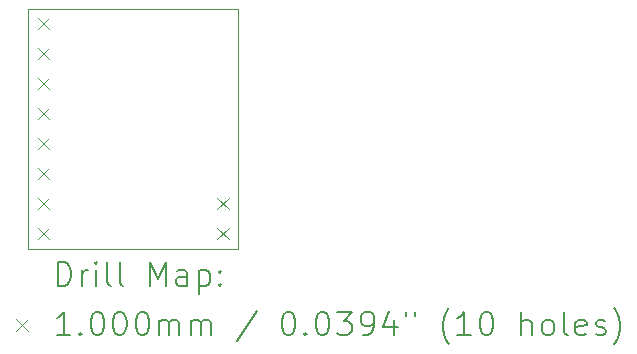
<source format=gbr>
%FSLAX45Y45*%
G04 Gerber Fmt 4.5, Leading zero omitted, Abs format (unit mm)*
G04 Created by KiCad (PCBNEW (6.0.0)) date 2022-01-24 17:52:06*
%MOMM*%
%LPD*%
G01*
G04 APERTURE LIST*
%TA.AperFunction,Profile*%
%ADD10C,0.100000*%
%TD*%
%ADD11C,0.200000*%
%ADD12C,0.100000*%
G04 APERTURE END LIST*
D10*
X13335000Y-9779000D02*
X13335000Y-7747000D01*
X11557000Y-7747000D02*
X11557000Y-9779000D01*
X13335000Y-7747000D02*
X11557000Y-7747000D01*
X11557000Y-9779000D02*
X13335000Y-9779000D01*
D11*
D12*
X11636500Y-7824000D02*
X11736500Y-7924000D01*
X11736500Y-7824000D02*
X11636500Y-7924000D01*
X11636500Y-8078000D02*
X11736500Y-8178000D01*
X11736500Y-8078000D02*
X11636500Y-8178000D01*
X11636500Y-8332000D02*
X11736500Y-8432000D01*
X11736500Y-8332000D02*
X11636500Y-8432000D01*
X11636500Y-8586000D02*
X11736500Y-8686000D01*
X11736500Y-8586000D02*
X11636500Y-8686000D01*
X11636500Y-8840000D02*
X11736500Y-8940000D01*
X11736500Y-8840000D02*
X11636500Y-8940000D01*
X11636500Y-9094000D02*
X11736500Y-9194000D01*
X11736500Y-9094000D02*
X11636500Y-9194000D01*
X11636500Y-9348000D02*
X11736500Y-9448000D01*
X11736500Y-9348000D02*
X11636500Y-9448000D01*
X11636500Y-9602000D02*
X11736500Y-9702000D01*
X11736500Y-9602000D02*
X11636500Y-9702000D01*
X13158000Y-9348000D02*
X13258000Y-9448000D01*
X13258000Y-9348000D02*
X13158000Y-9448000D01*
X13158000Y-9602000D02*
X13258000Y-9702000D01*
X13258000Y-9602000D02*
X13158000Y-9702000D01*
D11*
X11809619Y-10094476D02*
X11809619Y-9894476D01*
X11857238Y-9894476D01*
X11885809Y-9904000D01*
X11904857Y-9923048D01*
X11914381Y-9942095D01*
X11923905Y-9980190D01*
X11923905Y-10008762D01*
X11914381Y-10046857D01*
X11904857Y-10065905D01*
X11885809Y-10084952D01*
X11857238Y-10094476D01*
X11809619Y-10094476D01*
X12009619Y-10094476D02*
X12009619Y-9961143D01*
X12009619Y-9999238D02*
X12019143Y-9980190D01*
X12028667Y-9970667D01*
X12047714Y-9961143D01*
X12066762Y-9961143D01*
X12133428Y-10094476D02*
X12133428Y-9961143D01*
X12133428Y-9894476D02*
X12123905Y-9904000D01*
X12133428Y-9913524D01*
X12142952Y-9904000D01*
X12133428Y-9894476D01*
X12133428Y-9913524D01*
X12257238Y-10094476D02*
X12238190Y-10084952D01*
X12228667Y-10065905D01*
X12228667Y-9894476D01*
X12362000Y-10094476D02*
X12342952Y-10084952D01*
X12333428Y-10065905D01*
X12333428Y-9894476D01*
X12590571Y-10094476D02*
X12590571Y-9894476D01*
X12657238Y-10037333D01*
X12723905Y-9894476D01*
X12723905Y-10094476D01*
X12904857Y-10094476D02*
X12904857Y-9989714D01*
X12895333Y-9970667D01*
X12876286Y-9961143D01*
X12838190Y-9961143D01*
X12819143Y-9970667D01*
X12904857Y-10084952D02*
X12885809Y-10094476D01*
X12838190Y-10094476D01*
X12819143Y-10084952D01*
X12809619Y-10065905D01*
X12809619Y-10046857D01*
X12819143Y-10027810D01*
X12838190Y-10018286D01*
X12885809Y-10018286D01*
X12904857Y-10008762D01*
X13000095Y-9961143D02*
X13000095Y-10161143D01*
X13000095Y-9970667D02*
X13019143Y-9961143D01*
X13057238Y-9961143D01*
X13076286Y-9970667D01*
X13085809Y-9980190D01*
X13095333Y-9999238D01*
X13095333Y-10056381D01*
X13085809Y-10075429D01*
X13076286Y-10084952D01*
X13057238Y-10094476D01*
X13019143Y-10094476D01*
X13000095Y-10084952D01*
X13181048Y-10075429D02*
X13190571Y-10084952D01*
X13181048Y-10094476D01*
X13171524Y-10084952D01*
X13181048Y-10075429D01*
X13181048Y-10094476D01*
X13181048Y-9970667D02*
X13190571Y-9980190D01*
X13181048Y-9989714D01*
X13171524Y-9980190D01*
X13181048Y-9970667D01*
X13181048Y-9989714D01*
D12*
X11452000Y-10374000D02*
X11552000Y-10474000D01*
X11552000Y-10374000D02*
X11452000Y-10474000D01*
D11*
X11914381Y-10514476D02*
X11800095Y-10514476D01*
X11857238Y-10514476D02*
X11857238Y-10314476D01*
X11838190Y-10343048D01*
X11819143Y-10362095D01*
X11800095Y-10371619D01*
X12000095Y-10495429D02*
X12009619Y-10504952D01*
X12000095Y-10514476D01*
X11990571Y-10504952D01*
X12000095Y-10495429D01*
X12000095Y-10514476D01*
X12133428Y-10314476D02*
X12152476Y-10314476D01*
X12171524Y-10324000D01*
X12181048Y-10333524D01*
X12190571Y-10352571D01*
X12200095Y-10390667D01*
X12200095Y-10438286D01*
X12190571Y-10476381D01*
X12181048Y-10495429D01*
X12171524Y-10504952D01*
X12152476Y-10514476D01*
X12133428Y-10514476D01*
X12114381Y-10504952D01*
X12104857Y-10495429D01*
X12095333Y-10476381D01*
X12085809Y-10438286D01*
X12085809Y-10390667D01*
X12095333Y-10352571D01*
X12104857Y-10333524D01*
X12114381Y-10324000D01*
X12133428Y-10314476D01*
X12323905Y-10314476D02*
X12342952Y-10314476D01*
X12362000Y-10324000D01*
X12371524Y-10333524D01*
X12381048Y-10352571D01*
X12390571Y-10390667D01*
X12390571Y-10438286D01*
X12381048Y-10476381D01*
X12371524Y-10495429D01*
X12362000Y-10504952D01*
X12342952Y-10514476D01*
X12323905Y-10514476D01*
X12304857Y-10504952D01*
X12295333Y-10495429D01*
X12285809Y-10476381D01*
X12276286Y-10438286D01*
X12276286Y-10390667D01*
X12285809Y-10352571D01*
X12295333Y-10333524D01*
X12304857Y-10324000D01*
X12323905Y-10314476D01*
X12514381Y-10314476D02*
X12533428Y-10314476D01*
X12552476Y-10324000D01*
X12562000Y-10333524D01*
X12571524Y-10352571D01*
X12581048Y-10390667D01*
X12581048Y-10438286D01*
X12571524Y-10476381D01*
X12562000Y-10495429D01*
X12552476Y-10504952D01*
X12533428Y-10514476D01*
X12514381Y-10514476D01*
X12495333Y-10504952D01*
X12485809Y-10495429D01*
X12476286Y-10476381D01*
X12466762Y-10438286D01*
X12466762Y-10390667D01*
X12476286Y-10352571D01*
X12485809Y-10333524D01*
X12495333Y-10324000D01*
X12514381Y-10314476D01*
X12666762Y-10514476D02*
X12666762Y-10381143D01*
X12666762Y-10400190D02*
X12676286Y-10390667D01*
X12695333Y-10381143D01*
X12723905Y-10381143D01*
X12742952Y-10390667D01*
X12752476Y-10409714D01*
X12752476Y-10514476D01*
X12752476Y-10409714D02*
X12762000Y-10390667D01*
X12781048Y-10381143D01*
X12809619Y-10381143D01*
X12828667Y-10390667D01*
X12838190Y-10409714D01*
X12838190Y-10514476D01*
X12933428Y-10514476D02*
X12933428Y-10381143D01*
X12933428Y-10400190D02*
X12942952Y-10390667D01*
X12962000Y-10381143D01*
X12990571Y-10381143D01*
X13009619Y-10390667D01*
X13019143Y-10409714D01*
X13019143Y-10514476D01*
X13019143Y-10409714D02*
X13028667Y-10390667D01*
X13047714Y-10381143D01*
X13076286Y-10381143D01*
X13095333Y-10390667D01*
X13104857Y-10409714D01*
X13104857Y-10514476D01*
X13495333Y-10304952D02*
X13323905Y-10562095D01*
X13752476Y-10314476D02*
X13771524Y-10314476D01*
X13790571Y-10324000D01*
X13800095Y-10333524D01*
X13809619Y-10352571D01*
X13819143Y-10390667D01*
X13819143Y-10438286D01*
X13809619Y-10476381D01*
X13800095Y-10495429D01*
X13790571Y-10504952D01*
X13771524Y-10514476D01*
X13752476Y-10514476D01*
X13733428Y-10504952D01*
X13723905Y-10495429D01*
X13714381Y-10476381D01*
X13704857Y-10438286D01*
X13704857Y-10390667D01*
X13714381Y-10352571D01*
X13723905Y-10333524D01*
X13733428Y-10324000D01*
X13752476Y-10314476D01*
X13904857Y-10495429D02*
X13914381Y-10504952D01*
X13904857Y-10514476D01*
X13895333Y-10504952D01*
X13904857Y-10495429D01*
X13904857Y-10514476D01*
X14038190Y-10314476D02*
X14057238Y-10314476D01*
X14076286Y-10324000D01*
X14085809Y-10333524D01*
X14095333Y-10352571D01*
X14104857Y-10390667D01*
X14104857Y-10438286D01*
X14095333Y-10476381D01*
X14085809Y-10495429D01*
X14076286Y-10504952D01*
X14057238Y-10514476D01*
X14038190Y-10514476D01*
X14019143Y-10504952D01*
X14009619Y-10495429D01*
X14000095Y-10476381D01*
X13990571Y-10438286D01*
X13990571Y-10390667D01*
X14000095Y-10352571D01*
X14009619Y-10333524D01*
X14019143Y-10324000D01*
X14038190Y-10314476D01*
X14171524Y-10314476D02*
X14295333Y-10314476D01*
X14228667Y-10390667D01*
X14257238Y-10390667D01*
X14276286Y-10400190D01*
X14285809Y-10409714D01*
X14295333Y-10428762D01*
X14295333Y-10476381D01*
X14285809Y-10495429D01*
X14276286Y-10504952D01*
X14257238Y-10514476D01*
X14200095Y-10514476D01*
X14181048Y-10504952D01*
X14171524Y-10495429D01*
X14390571Y-10514476D02*
X14428667Y-10514476D01*
X14447714Y-10504952D01*
X14457238Y-10495429D01*
X14476286Y-10466857D01*
X14485809Y-10428762D01*
X14485809Y-10352571D01*
X14476286Y-10333524D01*
X14466762Y-10324000D01*
X14447714Y-10314476D01*
X14409619Y-10314476D01*
X14390571Y-10324000D01*
X14381048Y-10333524D01*
X14371524Y-10352571D01*
X14371524Y-10400190D01*
X14381048Y-10419238D01*
X14390571Y-10428762D01*
X14409619Y-10438286D01*
X14447714Y-10438286D01*
X14466762Y-10428762D01*
X14476286Y-10419238D01*
X14485809Y-10400190D01*
X14657238Y-10381143D02*
X14657238Y-10514476D01*
X14609619Y-10304952D02*
X14562000Y-10447810D01*
X14685809Y-10447810D01*
X14752476Y-10314476D02*
X14752476Y-10352571D01*
X14828667Y-10314476D02*
X14828667Y-10352571D01*
X15123905Y-10590667D02*
X15114381Y-10581143D01*
X15095333Y-10552571D01*
X15085809Y-10533524D01*
X15076286Y-10504952D01*
X15066762Y-10457333D01*
X15066762Y-10419238D01*
X15076286Y-10371619D01*
X15085809Y-10343048D01*
X15095333Y-10324000D01*
X15114381Y-10295429D01*
X15123905Y-10285905D01*
X15304857Y-10514476D02*
X15190571Y-10514476D01*
X15247714Y-10514476D02*
X15247714Y-10314476D01*
X15228667Y-10343048D01*
X15209619Y-10362095D01*
X15190571Y-10371619D01*
X15428667Y-10314476D02*
X15447714Y-10314476D01*
X15466762Y-10324000D01*
X15476286Y-10333524D01*
X15485809Y-10352571D01*
X15495333Y-10390667D01*
X15495333Y-10438286D01*
X15485809Y-10476381D01*
X15476286Y-10495429D01*
X15466762Y-10504952D01*
X15447714Y-10514476D01*
X15428667Y-10514476D01*
X15409619Y-10504952D01*
X15400095Y-10495429D01*
X15390571Y-10476381D01*
X15381048Y-10438286D01*
X15381048Y-10390667D01*
X15390571Y-10352571D01*
X15400095Y-10333524D01*
X15409619Y-10324000D01*
X15428667Y-10314476D01*
X15733428Y-10514476D02*
X15733428Y-10314476D01*
X15819143Y-10514476D02*
X15819143Y-10409714D01*
X15809619Y-10390667D01*
X15790571Y-10381143D01*
X15762000Y-10381143D01*
X15742952Y-10390667D01*
X15733428Y-10400190D01*
X15942952Y-10514476D02*
X15923905Y-10504952D01*
X15914381Y-10495429D01*
X15904857Y-10476381D01*
X15904857Y-10419238D01*
X15914381Y-10400190D01*
X15923905Y-10390667D01*
X15942952Y-10381143D01*
X15971524Y-10381143D01*
X15990571Y-10390667D01*
X16000095Y-10400190D01*
X16009619Y-10419238D01*
X16009619Y-10476381D01*
X16000095Y-10495429D01*
X15990571Y-10504952D01*
X15971524Y-10514476D01*
X15942952Y-10514476D01*
X16123905Y-10514476D02*
X16104857Y-10504952D01*
X16095333Y-10485905D01*
X16095333Y-10314476D01*
X16276286Y-10504952D02*
X16257238Y-10514476D01*
X16219143Y-10514476D01*
X16200095Y-10504952D01*
X16190571Y-10485905D01*
X16190571Y-10409714D01*
X16200095Y-10390667D01*
X16219143Y-10381143D01*
X16257238Y-10381143D01*
X16276286Y-10390667D01*
X16285809Y-10409714D01*
X16285809Y-10428762D01*
X16190571Y-10447810D01*
X16362000Y-10504952D02*
X16381048Y-10514476D01*
X16419143Y-10514476D01*
X16438190Y-10504952D01*
X16447714Y-10485905D01*
X16447714Y-10476381D01*
X16438190Y-10457333D01*
X16419143Y-10447810D01*
X16390571Y-10447810D01*
X16371524Y-10438286D01*
X16362000Y-10419238D01*
X16362000Y-10409714D01*
X16371524Y-10390667D01*
X16390571Y-10381143D01*
X16419143Y-10381143D01*
X16438190Y-10390667D01*
X16514381Y-10590667D02*
X16523905Y-10581143D01*
X16542952Y-10552571D01*
X16552476Y-10533524D01*
X16562000Y-10504952D01*
X16571524Y-10457333D01*
X16571524Y-10419238D01*
X16562000Y-10371619D01*
X16552476Y-10343048D01*
X16542952Y-10324000D01*
X16523905Y-10295429D01*
X16514381Y-10285905D01*
M02*

</source>
